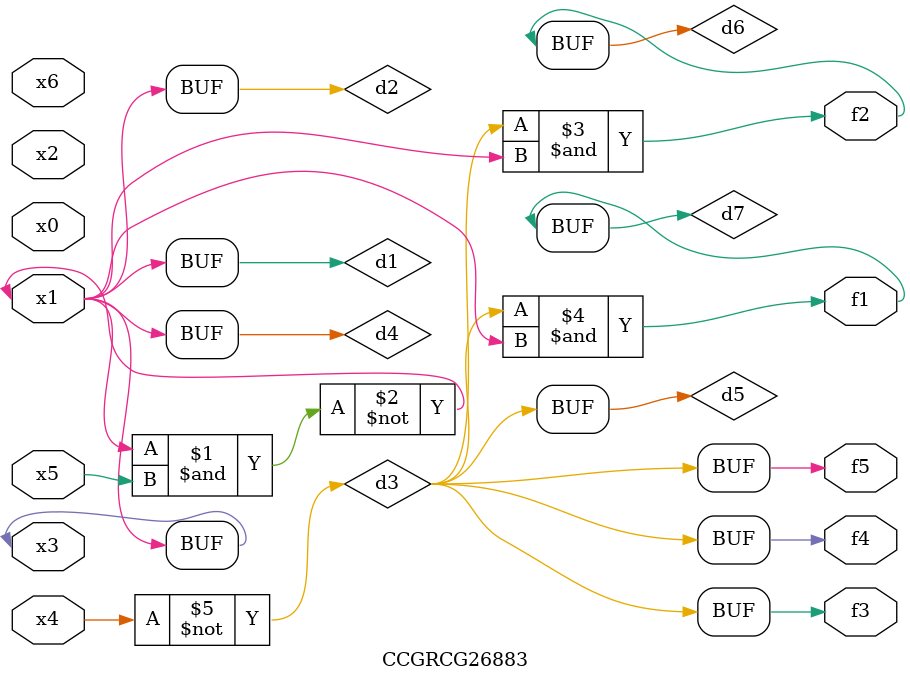
<source format=v>
module CCGRCG26883(
	input x0, x1, x2, x3, x4, x5, x6,
	output f1, f2, f3, f4, f5
);

	wire d1, d2, d3, d4, d5, d6, d7;

	buf (d1, x1, x3);
	nand (d2, x1, x5);
	not (d3, x4);
	buf (d4, d1, d2);
	buf (d5, d3);
	and (d6, d3, d4);
	and (d7, d3, d4);
	assign f1 = d7;
	assign f2 = d6;
	assign f3 = d5;
	assign f4 = d5;
	assign f5 = d5;
endmodule

</source>
